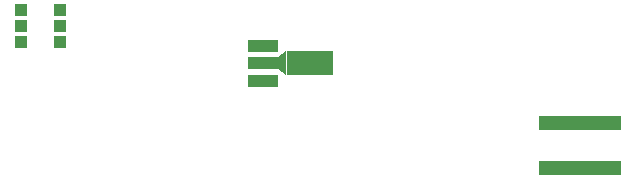
<source format=gbr>
G04 #@! TF.GenerationSoftware,KiCad,Pcbnew,5.0.0*
G04 #@! TF.CreationDate,2018-08-13T20:41:57+02:00*
G04 #@! TF.ProjectId,bobbycar,626F6262796361722E6B696361645F70,rev?*
G04 #@! TF.SameCoordinates,Original*
G04 #@! TF.FileFunction,Paste,Top*
G04 #@! TF.FilePolarity,Positive*
%FSLAX46Y46*%
G04 Gerber Fmt 4.6, Leading zero omitted, Abs format (unit mm)*
G04 Created by KiCad (PCBNEW 5.0.0) date Mon Aug 13 20:41:57 2018*
%MOMM*%
%LPD*%
G01*
G04 APERTURE LIST*
%ADD10R,2.500000X1.000000*%
%ADD11R,4.000000X2.000000*%
%ADD12C,0.750000*%
%ADD13C,0.100000*%
%ADD14R,1.000000X1.000000*%
%ADD15R,7.000000X1.270000*%
G04 APERTURE END LIST*
D10*
G04 #@! TO.C,U1*
X130978000Y-90321000D03*
X130978000Y-91821000D03*
X130978000Y-93321000D03*
D11*
X134938000Y-91821000D03*
D12*
X132588000Y-91821000D03*
D13*
G36*
X132963000Y-92821000D02*
X132213000Y-92321000D01*
X132213000Y-91321000D01*
X132963000Y-90821000D01*
X132963000Y-92821000D01*
X132963000Y-92821000D01*
G37*
G04 #@! TD*
D14*
G04 #@! TO.C,JP1*
X110490000Y-88646000D03*
X110490000Y-87296000D03*
X110490000Y-89996000D03*
G04 #@! TD*
G04 #@! TO.C,JP2*
X113792000Y-89996000D03*
X113792000Y-87296000D03*
X113792000Y-88646000D03*
G04 #@! TD*
D15*
G04 #@! TO.C,J6*
X157792800Y-96906000D03*
X157792800Y-100706000D03*
G04 #@! TD*
M02*

</source>
